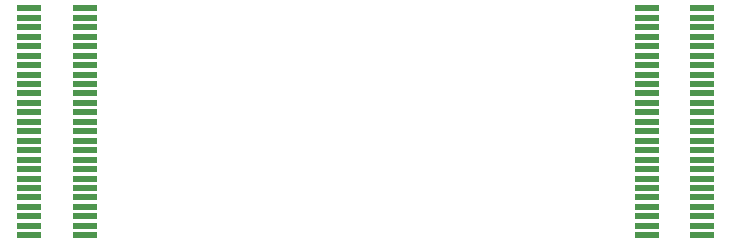
<source format=gbr>
%TF.GenerationSoftware,KiCad,Pcbnew,7.0.2*%
%TF.CreationDate,2023-05-22T10:30:23+03:00*%
%TF.ProjectId,MCU_V1,4d43555f-5631-42e6-9b69-6361645f7063,rev?*%
%TF.SameCoordinates,Original*%
%TF.FileFunction,Paste,Bot*%
%TF.FilePolarity,Positive*%
%FSLAX46Y46*%
G04 Gerber Fmt 4.6, Leading zero omitted, Abs format (unit mm)*
G04 Created by KiCad (PCBNEW 7.0.2) date 2023-05-22 10:30:23*
%MOMM*%
%LPD*%
G01*
G04 APERTURE LIST*
%ADD10R,2.000000X0.500000*%
G04 APERTURE END LIST*
D10*
%TO.C,H1*%
X165980000Y-78940000D03*
X165980000Y-79740000D03*
X165980000Y-80540000D03*
X165980000Y-81340000D03*
X165980000Y-82140000D03*
X165980000Y-82940000D03*
X165980000Y-83740000D03*
X165980000Y-84540000D03*
X165980000Y-85340000D03*
X165980000Y-86140000D03*
X165980000Y-86940000D03*
X165980000Y-87740000D03*
X165980000Y-88540000D03*
X165980000Y-89340000D03*
X165980000Y-90140000D03*
X165980000Y-90940000D03*
X165980000Y-91740000D03*
X165980000Y-92540000D03*
X165980000Y-93340000D03*
X165980000Y-94140000D03*
X165980000Y-94940000D03*
X165980000Y-95740000D03*
X165980000Y-96540000D03*
X165980000Y-97340000D03*
X165980000Y-98140000D03*
X161280000Y-78940000D03*
X161280000Y-79740000D03*
X161280000Y-80540000D03*
X161280000Y-81340000D03*
X161280000Y-82140000D03*
X161280000Y-82940000D03*
X161280000Y-83740000D03*
X161280000Y-84540000D03*
X161280000Y-85340000D03*
X161280000Y-86140000D03*
X161280000Y-86940000D03*
X161280000Y-87740000D03*
X161280000Y-88540000D03*
X161280000Y-89340000D03*
X161280000Y-90140000D03*
X161280000Y-90940000D03*
X161280000Y-91740000D03*
X161280000Y-92540000D03*
X161280000Y-93340000D03*
X161280000Y-94140000D03*
X161280000Y-94940000D03*
X161280000Y-95740000D03*
X161280000Y-96540000D03*
X161280000Y-97340000D03*
X161280000Y-98140000D03*
X113690000Y-98140000D03*
X113690000Y-97340000D03*
X113690000Y-96540000D03*
X113690000Y-95740000D03*
X113690000Y-94940000D03*
X113690000Y-94140000D03*
X113690000Y-93340000D03*
X113690000Y-92540000D03*
X113690000Y-91740000D03*
X113690000Y-90940000D03*
X113690000Y-90140000D03*
X113690000Y-89340000D03*
X113690000Y-88540000D03*
X113690000Y-87740000D03*
X113690000Y-86940000D03*
X113690000Y-86140000D03*
X113690000Y-85340000D03*
X113690000Y-84540000D03*
X113690000Y-83740000D03*
X113690000Y-82940000D03*
X113690000Y-82140000D03*
X113690000Y-81340000D03*
X113690000Y-80540000D03*
X113690000Y-79740000D03*
X113690000Y-78940000D03*
X108990000Y-98140000D03*
X108990000Y-97340000D03*
X108990000Y-96540000D03*
X108990000Y-95740000D03*
X108990000Y-94940000D03*
X108990000Y-94140000D03*
X108990000Y-93340000D03*
X108990000Y-92540000D03*
X108990000Y-91740000D03*
X108990000Y-90940000D03*
X108990000Y-90140000D03*
X108990000Y-89340000D03*
X108990000Y-88540000D03*
X108990000Y-87740000D03*
X108990000Y-86940000D03*
X108990000Y-86140000D03*
X108990000Y-85340000D03*
X108990000Y-84540000D03*
X108990000Y-83740000D03*
X108990000Y-82940000D03*
X108990000Y-82140000D03*
X108990000Y-81340000D03*
X108990000Y-80540000D03*
X108990000Y-79740000D03*
X108990000Y-78940000D03*
%TD*%
M02*

</source>
